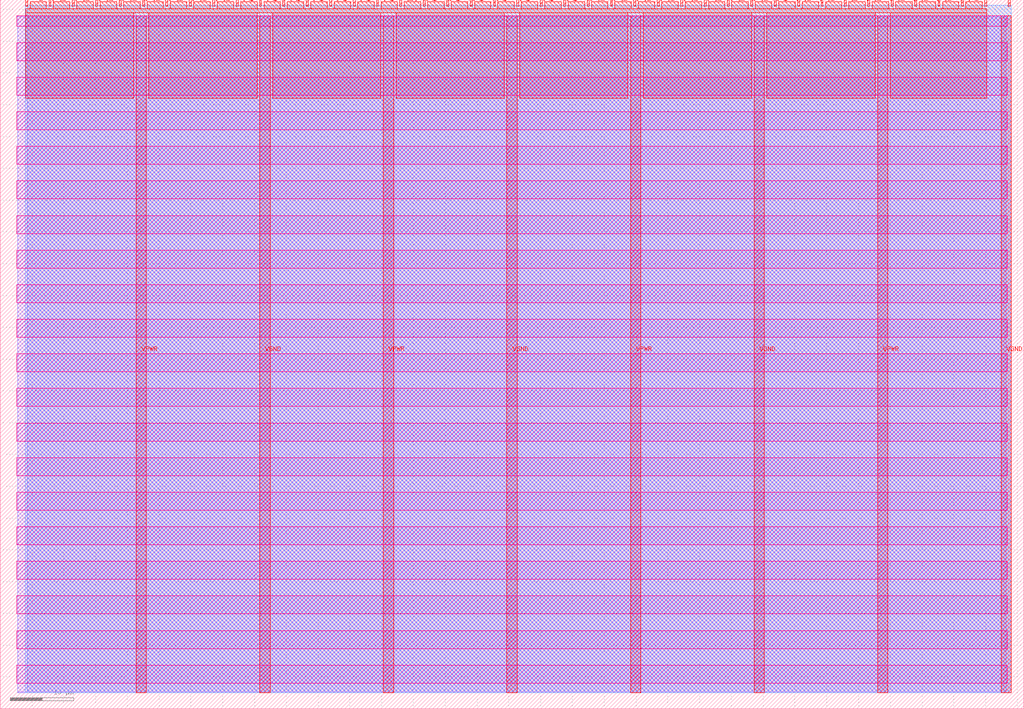
<source format=lef>
VERSION 5.7 ;
  NOWIREEXTENSIONATPIN ON ;
  DIVIDERCHAR "/" ;
  BUSBITCHARS "[]" ;
MACRO tt_um_wokwi_395522292785089537
  CLASS BLOCK ;
  FOREIGN tt_um_wokwi_395522292785089537 ;
  ORIGIN 0.000 0.000 ;
  SIZE 161.000 BY 111.520 ;
  PIN VGND
    DIRECTION INOUT ;
    USE GROUND ;
    PORT
      LAYER met4 ;
        RECT 40.830 2.480 42.430 109.040 ;
    END
    PORT
      LAYER met4 ;
        RECT 79.700 2.480 81.300 109.040 ;
    END
    PORT
      LAYER met4 ;
        RECT 118.570 2.480 120.170 109.040 ;
    END
    PORT
      LAYER met4 ;
        RECT 157.440 2.480 159.040 109.040 ;
    END
  END VGND
  PIN VPWR
    DIRECTION INOUT ;
    USE POWER ;
    PORT
      LAYER met4 ;
        RECT 21.395 2.480 22.995 109.040 ;
    END
    PORT
      LAYER met4 ;
        RECT 60.265 2.480 61.865 109.040 ;
    END
    PORT
      LAYER met4 ;
        RECT 99.135 2.480 100.735 109.040 ;
    END
    PORT
      LAYER met4 ;
        RECT 138.005 2.480 139.605 109.040 ;
    END
  END VPWR
  PIN clk
    DIRECTION INPUT ;
    USE SIGNAL ;
    ANTENNAGATEAREA 0.852000 ;
    PORT
      LAYER met4 ;
        RECT 154.870 110.520 155.170 111.520 ;
    END
  END clk
  PIN ena
    DIRECTION INPUT ;
    USE SIGNAL ;
    PORT
      LAYER met4 ;
        RECT 158.550 110.520 158.850 111.520 ;
    END
  END ena
  PIN rst_n
    DIRECTION INPUT ;
    USE SIGNAL ;
    ANTENNAGATEAREA 0.196500 ;
    PORT
      LAYER met4 ;
        RECT 151.190 110.520 151.490 111.520 ;
    END
  END rst_n
  PIN ui_in[0]
    DIRECTION INPUT ;
    USE SIGNAL ;
    ANTENNAGATEAREA 0.196500 ;
    PORT
      LAYER met4 ;
        RECT 147.510 110.520 147.810 111.520 ;
    END
  END ui_in[0]
  PIN ui_in[1]
    DIRECTION INPUT ;
    USE SIGNAL ;
    ANTENNAGATEAREA 0.196500 ;
    PORT
      LAYER met4 ;
        RECT 143.830 110.520 144.130 111.520 ;
    END
  END ui_in[1]
  PIN ui_in[2]
    DIRECTION INPUT ;
    USE SIGNAL ;
    ANTENNAGATEAREA 0.196500 ;
    PORT
      LAYER met4 ;
        RECT 140.150 110.520 140.450 111.520 ;
    END
  END ui_in[2]
  PIN ui_in[3]
    DIRECTION INPUT ;
    USE SIGNAL ;
    ANTENNAGATEAREA 0.196500 ;
    PORT
      LAYER met4 ;
        RECT 136.470 110.520 136.770 111.520 ;
    END
  END ui_in[3]
  PIN ui_in[4]
    DIRECTION INPUT ;
    USE SIGNAL ;
    PORT
      LAYER met4 ;
        RECT 132.790 110.520 133.090 111.520 ;
    END
  END ui_in[4]
  PIN ui_in[5]
    DIRECTION INPUT ;
    USE SIGNAL ;
    PORT
      LAYER met4 ;
        RECT 129.110 110.520 129.410 111.520 ;
    END
  END ui_in[5]
  PIN ui_in[6]
    DIRECTION INPUT ;
    USE SIGNAL ;
    PORT
      LAYER met4 ;
        RECT 125.430 110.520 125.730 111.520 ;
    END
  END ui_in[6]
  PIN ui_in[7]
    DIRECTION INPUT ;
    USE SIGNAL ;
    PORT
      LAYER met4 ;
        RECT 121.750 110.520 122.050 111.520 ;
    END
  END ui_in[7]
  PIN uio_in[0]
    DIRECTION INPUT ;
    USE SIGNAL ;
    PORT
      LAYER met4 ;
        RECT 118.070 110.520 118.370 111.520 ;
    END
  END uio_in[0]
  PIN uio_in[1]
    DIRECTION INPUT ;
    USE SIGNAL ;
    PORT
      LAYER met4 ;
        RECT 114.390 110.520 114.690 111.520 ;
    END
  END uio_in[1]
  PIN uio_in[2]
    DIRECTION INPUT ;
    USE SIGNAL ;
    PORT
      LAYER met4 ;
        RECT 110.710 110.520 111.010 111.520 ;
    END
  END uio_in[2]
  PIN uio_in[3]
    DIRECTION INPUT ;
    USE SIGNAL ;
    PORT
      LAYER met4 ;
        RECT 107.030 110.520 107.330 111.520 ;
    END
  END uio_in[3]
  PIN uio_in[4]
    DIRECTION INPUT ;
    USE SIGNAL ;
    PORT
      LAYER met4 ;
        RECT 103.350 110.520 103.650 111.520 ;
    END
  END uio_in[4]
  PIN uio_in[5]
    DIRECTION INPUT ;
    USE SIGNAL ;
    PORT
      LAYER met4 ;
        RECT 99.670 110.520 99.970 111.520 ;
    END
  END uio_in[5]
  PIN uio_in[6]
    DIRECTION INPUT ;
    USE SIGNAL ;
    PORT
      LAYER met4 ;
        RECT 95.990 110.520 96.290 111.520 ;
    END
  END uio_in[6]
  PIN uio_in[7]
    DIRECTION INPUT ;
    USE SIGNAL ;
    PORT
      LAYER met4 ;
        RECT 92.310 110.520 92.610 111.520 ;
    END
  END uio_in[7]
  PIN uio_oe[0]
    DIRECTION OUTPUT TRISTATE ;
    USE SIGNAL ;
    PORT
      LAYER met4 ;
        RECT 29.750 110.520 30.050 111.520 ;
    END
  END uio_oe[0]
  PIN uio_oe[1]
    DIRECTION OUTPUT TRISTATE ;
    USE SIGNAL ;
    PORT
      LAYER met4 ;
        RECT 26.070 110.520 26.370 111.520 ;
    END
  END uio_oe[1]
  PIN uio_oe[2]
    DIRECTION OUTPUT TRISTATE ;
    USE SIGNAL ;
    PORT
      LAYER met4 ;
        RECT 22.390 110.520 22.690 111.520 ;
    END
  END uio_oe[2]
  PIN uio_oe[3]
    DIRECTION OUTPUT TRISTATE ;
    USE SIGNAL ;
    PORT
      LAYER met4 ;
        RECT 18.710 110.520 19.010 111.520 ;
    END
  END uio_oe[3]
  PIN uio_oe[4]
    DIRECTION OUTPUT TRISTATE ;
    USE SIGNAL ;
    PORT
      LAYER met4 ;
        RECT 15.030 110.520 15.330 111.520 ;
    END
  END uio_oe[4]
  PIN uio_oe[5]
    DIRECTION OUTPUT TRISTATE ;
    USE SIGNAL ;
    PORT
      LAYER met4 ;
        RECT 11.350 110.520 11.650 111.520 ;
    END
  END uio_oe[5]
  PIN uio_oe[6]
    DIRECTION OUTPUT TRISTATE ;
    USE SIGNAL ;
    PORT
      LAYER met4 ;
        RECT 7.670 110.520 7.970 111.520 ;
    END
  END uio_oe[6]
  PIN uio_oe[7]
    DIRECTION OUTPUT TRISTATE ;
    USE SIGNAL ;
    PORT
      LAYER met4 ;
        RECT 3.990 110.520 4.290 111.520 ;
    END
  END uio_oe[7]
  PIN uio_out[0]
    DIRECTION OUTPUT TRISTATE ;
    USE SIGNAL ;
    PORT
      LAYER met4 ;
        RECT 59.190 110.520 59.490 111.520 ;
    END
  END uio_out[0]
  PIN uio_out[1]
    DIRECTION OUTPUT TRISTATE ;
    USE SIGNAL ;
    PORT
      LAYER met4 ;
        RECT 55.510 110.520 55.810 111.520 ;
    END
  END uio_out[1]
  PIN uio_out[2]
    DIRECTION OUTPUT TRISTATE ;
    USE SIGNAL ;
    PORT
      LAYER met4 ;
        RECT 51.830 110.520 52.130 111.520 ;
    END
  END uio_out[2]
  PIN uio_out[3]
    DIRECTION OUTPUT TRISTATE ;
    USE SIGNAL ;
    PORT
      LAYER met4 ;
        RECT 48.150 110.520 48.450 111.520 ;
    END
  END uio_out[3]
  PIN uio_out[4]
    DIRECTION OUTPUT TRISTATE ;
    USE SIGNAL ;
    PORT
      LAYER met4 ;
        RECT 44.470 110.520 44.770 111.520 ;
    END
  END uio_out[4]
  PIN uio_out[5]
    DIRECTION OUTPUT TRISTATE ;
    USE SIGNAL ;
    PORT
      LAYER met4 ;
        RECT 40.790 110.520 41.090 111.520 ;
    END
  END uio_out[5]
  PIN uio_out[6]
    DIRECTION OUTPUT TRISTATE ;
    USE SIGNAL ;
    PORT
      LAYER met4 ;
        RECT 37.110 110.520 37.410 111.520 ;
    END
  END uio_out[6]
  PIN uio_out[7]
    DIRECTION OUTPUT TRISTATE ;
    USE SIGNAL ;
    PORT
      LAYER met4 ;
        RECT 33.430 110.520 33.730 111.520 ;
    END
  END uio_out[7]
  PIN uo_out[0]
    DIRECTION OUTPUT TRISTATE ;
    USE SIGNAL ;
    ANTENNADIFFAREA 0.445500 ;
    PORT
      LAYER met4 ;
        RECT 88.630 110.520 88.930 111.520 ;
    END
  END uo_out[0]
  PIN uo_out[1]
    DIRECTION OUTPUT TRISTATE ;
    USE SIGNAL ;
    ANTENNADIFFAREA 0.445500 ;
    PORT
      LAYER met4 ;
        RECT 84.950 110.520 85.250 111.520 ;
    END
  END uo_out[1]
  PIN uo_out[2]
    DIRECTION OUTPUT TRISTATE ;
    USE SIGNAL ;
    ANTENNADIFFAREA 0.445500 ;
    PORT
      LAYER met4 ;
        RECT 81.270 110.520 81.570 111.520 ;
    END
  END uo_out[2]
  PIN uo_out[3]
    DIRECTION OUTPUT TRISTATE ;
    USE SIGNAL ;
    ANTENNADIFFAREA 0.445500 ;
    PORT
      LAYER met4 ;
        RECT 77.590 110.520 77.890 111.520 ;
    END
  END uo_out[3]
  PIN uo_out[4]
    DIRECTION OUTPUT TRISTATE ;
    USE SIGNAL ;
    ANTENNADIFFAREA 0.445500 ;
    PORT
      LAYER met4 ;
        RECT 73.910 110.520 74.210 111.520 ;
    END
  END uo_out[4]
  PIN uo_out[5]
    DIRECTION OUTPUT TRISTATE ;
    USE SIGNAL ;
    ANTENNADIFFAREA 0.445500 ;
    PORT
      LAYER met4 ;
        RECT 70.230 110.520 70.530 111.520 ;
    END
  END uo_out[5]
  PIN uo_out[6]
    DIRECTION OUTPUT TRISTATE ;
    USE SIGNAL ;
    ANTENNADIFFAREA 0.795200 ;
    PORT
      LAYER met4 ;
        RECT 66.550 110.520 66.850 111.520 ;
    END
  END uo_out[6]
  PIN uo_out[7]
    DIRECTION OUTPUT TRISTATE ;
    USE SIGNAL ;
    PORT
      LAYER met4 ;
        RECT 62.870 110.520 63.170 111.520 ;
    END
  END uo_out[7]
  OBS
      LAYER nwell ;
        RECT 2.570 107.385 158.430 108.990 ;
        RECT 2.570 101.945 158.430 104.775 ;
        RECT 2.570 96.505 158.430 99.335 ;
        RECT 2.570 91.065 158.430 93.895 ;
        RECT 2.570 85.625 158.430 88.455 ;
        RECT 2.570 80.185 158.430 83.015 ;
        RECT 2.570 74.745 158.430 77.575 ;
        RECT 2.570 69.305 158.430 72.135 ;
        RECT 2.570 63.865 158.430 66.695 ;
        RECT 2.570 58.425 158.430 61.255 ;
        RECT 2.570 52.985 158.430 55.815 ;
        RECT 2.570 47.545 158.430 50.375 ;
        RECT 2.570 42.105 158.430 44.935 ;
        RECT 2.570 36.665 158.430 39.495 ;
        RECT 2.570 31.225 158.430 34.055 ;
        RECT 2.570 25.785 158.430 28.615 ;
        RECT 2.570 20.345 158.430 23.175 ;
        RECT 2.570 14.905 158.430 17.735 ;
        RECT 2.570 9.465 158.430 12.295 ;
        RECT 2.570 4.025 158.430 6.855 ;
      LAYER li1 ;
        RECT 2.760 2.635 158.240 108.885 ;
      LAYER met1 ;
        RECT 2.760 2.480 159.040 109.040 ;
      LAYER met2 ;
        RECT 4.230 2.535 159.010 110.685 ;
      LAYER met3 ;
        RECT 3.950 2.555 159.030 110.665 ;
      LAYER met4 ;
        RECT 4.690 110.120 7.270 111.170 ;
        RECT 8.370 110.120 10.950 111.170 ;
        RECT 12.050 110.120 14.630 111.170 ;
        RECT 15.730 110.120 18.310 111.170 ;
        RECT 19.410 110.120 21.990 111.170 ;
        RECT 23.090 110.120 25.670 111.170 ;
        RECT 26.770 110.120 29.350 111.170 ;
        RECT 30.450 110.120 33.030 111.170 ;
        RECT 34.130 110.120 36.710 111.170 ;
        RECT 37.810 110.120 40.390 111.170 ;
        RECT 41.490 110.120 44.070 111.170 ;
        RECT 45.170 110.120 47.750 111.170 ;
        RECT 48.850 110.120 51.430 111.170 ;
        RECT 52.530 110.120 55.110 111.170 ;
        RECT 56.210 110.120 58.790 111.170 ;
        RECT 59.890 110.120 62.470 111.170 ;
        RECT 63.570 110.120 66.150 111.170 ;
        RECT 67.250 110.120 69.830 111.170 ;
        RECT 70.930 110.120 73.510 111.170 ;
        RECT 74.610 110.120 77.190 111.170 ;
        RECT 78.290 110.120 80.870 111.170 ;
        RECT 81.970 110.120 84.550 111.170 ;
        RECT 85.650 110.120 88.230 111.170 ;
        RECT 89.330 110.120 91.910 111.170 ;
        RECT 93.010 110.120 95.590 111.170 ;
        RECT 96.690 110.120 99.270 111.170 ;
        RECT 100.370 110.120 102.950 111.170 ;
        RECT 104.050 110.120 106.630 111.170 ;
        RECT 107.730 110.120 110.310 111.170 ;
        RECT 111.410 110.120 113.990 111.170 ;
        RECT 115.090 110.120 117.670 111.170 ;
        RECT 118.770 110.120 121.350 111.170 ;
        RECT 122.450 110.120 125.030 111.170 ;
        RECT 126.130 110.120 128.710 111.170 ;
        RECT 129.810 110.120 132.390 111.170 ;
        RECT 133.490 110.120 136.070 111.170 ;
        RECT 137.170 110.120 139.750 111.170 ;
        RECT 140.850 110.120 143.430 111.170 ;
        RECT 144.530 110.120 147.110 111.170 ;
        RECT 148.210 110.120 150.790 111.170 ;
        RECT 151.890 110.120 154.470 111.170 ;
        RECT 3.975 109.440 155.185 110.120 ;
        RECT 3.975 96.055 20.995 109.440 ;
        RECT 23.395 96.055 40.430 109.440 ;
        RECT 42.830 96.055 59.865 109.440 ;
        RECT 62.265 96.055 79.300 109.440 ;
        RECT 81.700 96.055 98.735 109.440 ;
        RECT 101.135 96.055 118.170 109.440 ;
        RECT 120.570 96.055 137.605 109.440 ;
        RECT 140.005 96.055 155.185 109.440 ;
  END
END tt_um_wokwi_395522292785089537
END LIBRARY


</source>
